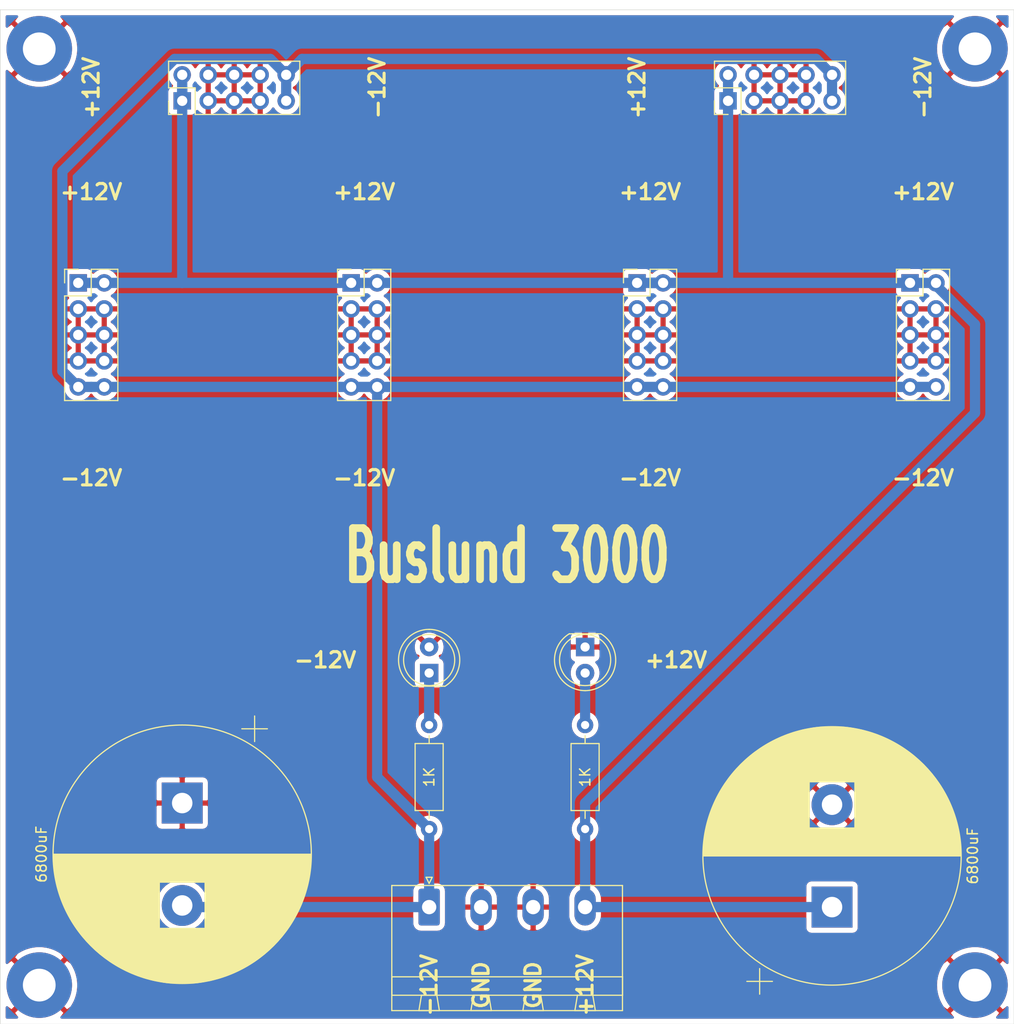
<source format=kicad_pcb>
(kicad_pcb (version 20171130) (host pcbnew 5.1.6-1.fc32)
  (layers (0 F.Cu signal) (31 B.Cu signal) (34 B.Paste user) (35 F.Paste user) (36 B.SilkS user) (37 F.SilkS user) (38 B.Mask user) (39 F.Mask user) (44 Edge.Cuts user))
  (net 0 "")
  (net 1 GND)
  (net 2 +12V)
  (net 3 -12V)
  (net 4 "Net-(D1-Pad2)")
  (net 5 "Net-(D2-Pad1)")
  (module Connector_PinHeader_2.54mm:PinHeader_2x05_P2.54mm_Vertical (layer F.Cu) (at 96.52 34.29 90)
    (fp_text reference J7 hide)
    (fp_text value Conn_02x05_Odd_Even)
    (pad 10 thru_hole oval (at 2.54 10.16 90) (size 1.7 1.7) (drill 1) (layers *.Cu *.Mask) (net 3 -12V))
    (pad 9 thru_hole oval (at 0 10.16 90) (size 1.7 1.7) (drill 1) (layers *.Cu *.Mask) (net 3 -12V))
    (pad 8 thru_hole oval (at 2.54 7.62 90) (size 1.7 1.7) (drill 1) (layers *.Cu *.Mask) (net 1 GND))
    (pad 7 thru_hole oval (at 0 7.62 90) (size 1.7 1.7) (drill 1) (layers *.Cu *.Mask) (net 1 GND))
    (pad 6 thru_hole oval (at 2.54 5.08 90) (size 1.7 1.7) (drill 1) (layers *.Cu *.Mask) (net 1 GND))
    (pad 5 thru_hole oval (at 0 5.08 90) (size 1.7 1.7) (drill 1) (layers *.Cu *.Mask) (net 1 GND))
    (pad 4 thru_hole oval (at 2.54 2.54 90) (size 1.7 1.7) (drill 1) (layers *.Cu *.Mask) (net 1 GND))
    (pad 3 thru_hole oval (at 0 2.54 90) (size 1.7 1.7) (drill 1) (layers *.Cu *.Mask) (net 1 GND))
    (pad 2 thru_hole oval (at 2.54 0 90) (size 1.7 1.7) (drill 1) (layers *.Cu *.Mask) (net 2 +12V))
    (pad 1 thru_hole rect (at 0 0 90) (size 1.7 1.7) (drill 1) (layers *.Cu *.Mask) (net 2 +12V))
  )
  (module MountingHole:MountingHole_3.2mm_M3_Pad (layer F.Cu) (at 120.65 120.65)
    (fp_text reference H4 hide)
    (fp_text value MountingHole_Pad hide)
    (pad 1 thru_hole circle (at 0 0) (size 6.4 6.4) (drill 3.2) (layers *.Cu *.Mask) (net 1 GND))
  )
  (module MountingHole:MountingHole_3.2mm_M3_Pad (layer F.Cu) (at 120.65 29.21)
    (fp_text reference H3 hide)
    (fp_text value MountingHole_Pad hide)
    (pad 1 thru_hole circle (at 0 0) (size 6.4 6.4) (drill 3.2) (layers *.Cu *.Mask) (net 1 GND))
  )
  (module MountingHole:MountingHole_3.2mm_M3_Pad (layer F.Cu) (at 29.21 120.65)
    (fp_text reference H2 hide)
    (fp_text value MountingHole_Pad hide)
    (pad 1 thru_hole circle (at 0 0) (size 6.4 6.4) (drill 3.2) (layers *.Cu *.Mask) (net 1 GND))
  )
  (module MountingHole:MountingHole_3.2mm_M3_Pad (layer F.Cu) (at 29.21 29.21)
    (fp_text reference H1 hide)
    (fp_text value MountingHole_Pad hide)
    (pad 1 thru_hole circle (at 0 0) (size 6.4 6.4) (drill 3.2) (layers *.Cu *.Mask) (net 1 GND))
  )
  (module Resistor_THT:R_Axial_DIN0207_L6.3mm_D2.5mm_P10.16mm_Horizontal (layer F.Cu) (at 67.31 105.41 90)
    (fp_text reference R2 hide)
    (fp_text value 1K (at 5.08 0 90) (layer F.SilkS))
    (pad 2 thru_hole oval (at 10.16 0 90) (size 1.6 1.6) (drill 0.8) (layers *.Cu *.Mask) (net 5 "Net-(D2-Pad1)"))
    (pad 1 thru_hole circle (at 0 0 90) (size 1.6 1.6) (drill 0.8) (layers *.Cu *.Mask) (net 3 -12V))
  )
  (module Resistor_THT:R_Axial_DIN0207_L6.3mm_D2.5mm_P10.16mm_Horizontal (layer F.Cu) (at 82.55 95.25 270)
    (fp_text reference R1 hide)
    (fp_text value 1K (at 5.08 0 90) (layer F.SilkS))
    (pad 2 thru_hole oval (at 10.16 0 270) (size 1.6 1.6) (drill 0.8) (layers *.Cu *.Mask) (net 2 +12V))
    (pad 1 thru_hole circle (at 0 0 270) (size 1.6 1.6) (drill 0.8) (layers *.Cu *.Mask) (net 4 "Net-(D1-Pad2)"))
  )
  (module Connector_PinHeader_2.54mm:PinHeader_2x05_P2.54mm_Vertical (layer F.Cu) (at 87.63 52.07)
    (fp_text reference J6 hide)
    (fp_text value Conn_02x05_Odd_Even)
    (pad 10 thru_hole oval (at 2.54 10.16) (size 1.7 1.7) (drill 1) (layers *.Cu *.Mask) (net 3 -12V))
    (pad 9 thru_hole oval (at 0 10.16) (size 1.7 1.7) (drill 1) (layers *.Cu *.Mask) (net 3 -12V))
    (pad 8 thru_hole oval (at 2.54 7.62) (size 1.7 1.7) (drill 1) (layers *.Cu *.Mask) (net 1 GND))
    (pad 7 thru_hole oval (at 0 7.62) (size 1.7 1.7) (drill 1) (layers *.Cu *.Mask) (net 1 GND))
    (pad 6 thru_hole oval (at 2.54 5.08) (size 1.7 1.7) (drill 1) (layers *.Cu *.Mask) (net 1 GND))
    (pad 5 thru_hole oval (at 0 5.08) (size 1.7 1.7) (drill 1) (layers *.Cu *.Mask) (net 1 GND))
    (pad 4 thru_hole oval (at 2.54 2.54) (size 1.7 1.7) (drill 1) (layers *.Cu *.Mask) (net 1 GND))
    (pad 3 thru_hole oval (at 0 2.54) (size 1.7 1.7) (drill 1) (layers *.Cu *.Mask) (net 1 GND))
    (pad 2 thru_hole oval (at 2.54 0) (size 1.7 1.7) (drill 1) (layers *.Cu *.Mask) (net 2 +12V))
    (pad 1 thru_hole rect (at 0 0) (size 1.7 1.7) (drill 1) (layers *.Cu *.Mask) (net 2 +12V))
  )
  (module Connector_PinHeader_2.54mm:PinHeader_2x05_P2.54mm_Vertical (layer F.Cu) (at 59.69 52.07)
    (fp_text reference J5 hide)
    (fp_text value Conn_02x05_Odd_Even)
    (pad 10 thru_hole oval (at 2.54 10.16) (size 1.7 1.7) (drill 1) (layers *.Cu *.Mask) (net 3 -12V))
    (pad 9 thru_hole oval (at 0 10.16) (size 1.7 1.7) (drill 1) (layers *.Cu *.Mask) (net 3 -12V))
    (pad 8 thru_hole oval (at 2.54 7.62) (size 1.7 1.7) (drill 1) (layers *.Cu *.Mask) (net 1 GND))
    (pad 7 thru_hole oval (at 0 7.62) (size 1.7 1.7) (drill 1) (layers *.Cu *.Mask) (net 1 GND))
    (pad 6 thru_hole oval (at 2.54 5.08) (size 1.7 1.7) (drill 1) (layers *.Cu *.Mask) (net 1 GND))
    (pad 5 thru_hole oval (at 0 5.08) (size 1.7 1.7) (drill 1) (layers *.Cu *.Mask) (net 1 GND))
    (pad 4 thru_hole oval (at 2.54 2.54) (size 1.7 1.7) (drill 1) (layers *.Cu *.Mask) (net 1 GND))
    (pad 3 thru_hole oval (at 0 2.54) (size 1.7 1.7) (drill 1) (layers *.Cu *.Mask) (net 1 GND))
    (pad 2 thru_hole oval (at 2.54 0) (size 1.7 1.7) (drill 1) (layers *.Cu *.Mask) (net 2 +12V))
    (pad 1 thru_hole rect (at 0 0) (size 1.7 1.7) (drill 1) (layers *.Cu *.Mask) (net 2 +12V))
  )
  (module Connector_PinHeader_2.54mm:PinHeader_2x05_P2.54mm_Vertical (layer F.Cu) (at 43.18 34.29 90)
    (fp_text reference J4 hide)
    (fp_text value Conn_02x05_Odd_Even)
    (pad 10 thru_hole oval (at 2.54 10.16 90) (size 1.7 1.7) (drill 1) (layers *.Cu *.Mask) (net 3 -12V))
    (pad 9 thru_hole oval (at 0 10.16 90) (size 1.7 1.7) (drill 1) (layers *.Cu *.Mask) (net 3 -12V))
    (pad 8 thru_hole oval (at 2.54 7.62 90) (size 1.7 1.7) (drill 1) (layers *.Cu *.Mask) (net 1 GND))
    (pad 7 thru_hole oval (at 0 7.62 90) (size 1.7 1.7) (drill 1) (layers *.Cu *.Mask) (net 1 GND))
    (pad 6 thru_hole oval (at 2.54 5.08 90) (size 1.7 1.7) (drill 1) (layers *.Cu *.Mask) (net 1 GND))
    (pad 5 thru_hole oval (at 0 5.08 90) (size 1.7 1.7) (drill 1) (layers *.Cu *.Mask) (net 1 GND))
    (pad 4 thru_hole oval (at 2.54 2.54 90) (size 1.7 1.7) (drill 1) (layers *.Cu *.Mask) (net 1 GND))
    (pad 3 thru_hole oval (at 0 2.54 90) (size 1.7 1.7) (drill 1) (layers *.Cu *.Mask) (net 1 GND))
    (pad 2 thru_hole oval (at 2.54 0 90) (size 1.7 1.7) (drill 1) (layers *.Cu *.Mask) (net 2 +12V))
    (pad 1 thru_hole rect (at 0 0 90) (size 1.7 1.7) (drill 1) (layers *.Cu *.Mask) (net 2 +12V))
  )
  (module Connector_PinHeader_2.54mm:PinHeader_2x05_P2.54mm_Vertical (layer F.Cu) (at 114.3 52.07)
    (fp_text reference J3 hide)
    (fp_text value Conn_02x05_Odd_Even)
    (pad 10 thru_hole oval (at 2.54 10.16) (size 1.7 1.7) (drill 1) (layers *.Cu *.Mask) (net 3 -12V))
    (pad 9 thru_hole oval (at 0 10.16) (size 1.7 1.7) (drill 1) (layers *.Cu *.Mask) (net 3 -12V))
    (pad 8 thru_hole oval (at 2.54 7.62) (size 1.7 1.7) (drill 1) (layers *.Cu *.Mask) (net 1 GND))
    (pad 7 thru_hole oval (at 0 7.62) (size 1.7 1.7) (drill 1) (layers *.Cu *.Mask) (net 1 GND))
    (pad 6 thru_hole oval (at 2.54 5.08) (size 1.7 1.7) (drill 1) (layers *.Cu *.Mask) (net 1 GND))
    (pad 5 thru_hole oval (at 0 5.08) (size 1.7 1.7) (drill 1) (layers *.Cu *.Mask) (net 1 GND))
    (pad 4 thru_hole oval (at 2.54 2.54) (size 1.7 1.7) (drill 1) (layers *.Cu *.Mask) (net 1 GND))
    (pad 3 thru_hole oval (at 0 2.54) (size 1.7 1.7) (drill 1) (layers *.Cu *.Mask) (net 1 GND))
    (pad 2 thru_hole oval (at 2.54 0) (size 1.7 1.7) (drill 1) (layers *.Cu *.Mask) (net 2 +12V))
    (pad 1 thru_hole rect (at 0 0) (size 1.7 1.7) (drill 1) (layers *.Cu *.Mask) (net 2 +12V))
  )
  (module Connector_PinHeader_2.54mm:PinHeader_2x05_P2.54mm_Vertical (layer F.Cu) (at 33.02 52.07)
    (fp_text reference J2 hide)
    (fp_text value Conn_02x05_Odd_Even)
    (pad 10 thru_hole oval (at 2.54 10.16) (size 1.7 1.7) (drill 1) (layers *.Cu *.Mask) (net 3 -12V))
    (pad 9 thru_hole oval (at 0 10.16) (size 1.7 1.7) (drill 1) (layers *.Cu *.Mask) (net 3 -12V))
    (pad 8 thru_hole oval (at 2.54 7.62) (size 1.7 1.7) (drill 1) (layers *.Cu *.Mask) (net 1 GND))
    (pad 7 thru_hole oval (at 0 7.62) (size 1.7 1.7) (drill 1) (layers *.Cu *.Mask) (net 1 GND))
    (pad 6 thru_hole oval (at 2.54 5.08) (size 1.7 1.7) (drill 1) (layers *.Cu *.Mask) (net 1 GND))
    (pad 5 thru_hole oval (at 0 5.08) (size 1.7 1.7) (drill 1) (layers *.Cu *.Mask) (net 1 GND))
    (pad 4 thru_hole oval (at 2.54 2.54) (size 1.7 1.7) (drill 1) (layers *.Cu *.Mask) (net 1 GND))
    (pad 3 thru_hole oval (at 0 2.54) (size 1.7 1.7) (drill 1) (layers *.Cu *.Mask) (net 1 GND))
    (pad 2 thru_hole oval (at 2.54 0) (size 1.7 1.7) (drill 1) (layers *.Cu *.Mask) (net 2 +12V))
    (pad 1 thru_hole rect (at 0 0) (size 1.7 1.7) (drill 1) (layers *.Cu *.Mask) (net 2 +12V))
  )
  (module Connector_Phoenix_MSTB:PhoenixContact_MSTBA_2,5_4-G-5,08_1x04_P5.08mm_Horizontal (layer F.Cu) (at 67.31 113.03)
    (fp_text reference J1 hide)
    (fp_text value Conn_01x04 hide)
    (pad 4 thru_hole oval (at 15.24 0) (size 2.08 3.6) (drill 1.4) (layers *.Cu *.Mask) (net 2 +12V))
    (pad 3 thru_hole oval (at 10.16 0) (size 2.08 3.6) (drill 1.4) (layers *.Cu *.Mask) (net 1 GND))
    (pad 2 thru_hole oval (at 5.08 0) (size 2.08 3.6) (drill 1.4) (layers *.Cu *.Mask) (net 1 GND))
    (pad 1 thru_hole roundrect (at 0 0) (size 2.08 3.6) (drill 1.4) (layers *.Cu *.Mask) (roundrect_rratio 0.120192) (net 3 -12V))
  )
  (module LED_THT:LED_D5.0mm (layer F.Cu) (at 67.31 90.17 90)
    (fp_text reference D2 hide)
    (fp_text value -12V)
    (pad 2 thru_hole circle (at 2.54 0 90) (size 1.8 1.8) (drill 0.9) (layers *.Cu *.Mask) (net 1 GND))
    (pad 1 thru_hole rect (at 0 0 90) (size 1.8 1.8) (drill 0.9) (layers *.Cu *.Mask) (net 5 "Net-(D2-Pad1)"))
  )
  (module LED_THT:LED_D5.0mm (layer F.Cu) (at 82.55 87.63 270)
    (fp_text reference D1 hide)
    (fp_text value +12V)
    (pad 2 thru_hole circle (at 2.54 0 270) (size 1.8 1.8) (drill 0.9) (layers *.Cu *.Mask) (net 4 "Net-(D1-Pad2)"))
    (pad 1 thru_hole rect (at 0 0 270) (size 1.8 1.8) (drill 0.9) (layers *.Cu *.Mask) (net 1 GND))
  )
  (module Capacitor_THT:CP_Radial_D25.0mm_P10.00mm_SnapIn (layer F.Cu) (at 43.18 102.87 270)
    (fp_text reference C2 hide)
    (fp_text value 6800uF (at 5 13.75 90) (layer F.SilkS))
    (pad 2 thru_hole circle (at 10 0 270) (size 4 4) (drill 2) (layers *.Cu *.Mask) (net 3 -12V))
    (pad 1 thru_hole rect (at 0 0 270) (size 4 4) (drill 2) (layers *.Cu *.Mask) (net 1 GND))
  )
  (module Capacitor_THT:CP_Radial_D25.0mm_P10.00mm_SnapIn (layer F.Cu) (at 106.68 113.03 90)
    (fp_text reference C1 hide)
    (fp_text value 6800uF (at 5 13.75 90) (layer F.SilkS))
    (pad 2 thru_hole circle (at 10 0 90) (size 4 4) (drill 2) (layers *.Cu *.Mask) (net 1 GND))
    (pad 1 thru_hole rect (at 0 0 90) (size 4 4) (drill 2) (layers *.Cu *.Mask) (net 2 +12V))
  )
  (gr_text "Buslund 3000" (at 74.93 78.74) (layer F.SilkS) (effects (font (size 5 3) (thickness 0.75))))
  (gr_text -12V (at 115.57 33.02 90) (layer F.SilkS) (effects (font (size 1.5 1.5) (thickness 0.3))))
  (gr_text -12V (at 62.23 33.02 90) (layer F.SilkS) (effects (font (size 1.5 1.5) (thickness 0.3))))
  (gr_text +12V (at 34.29 33.02 90) (layer F.SilkS) (effects (font (size 1.5 1.5) (thickness 0.3))))
  (gr_text +12V (at 87.63 33.02 90) (layer F.SilkS) (effects (font (size 1.5 1.5) (thickness 0.3))))
  (gr_text +12V (at 115.57 43.18) (layer F.SilkS) (effects (font (size 1.5 1.5) (thickness 0.3))))
  (gr_text +12V (at 88.9 43.18) (layer F.SilkS) (effects (font (size 1.5 1.5) (thickness 0.3))))
  (gr_text +12V (at 60.96 43.18) (layer F.SilkS) (effects (font (size 1.5 1.5) (thickness 0.3))))
  (gr_text +12V (at 34.29 43.18) (layer F.SilkS) (effects (font (size 1.5 1.5) (thickness 0.3))))
  (gr_text -12V (at 115.57 71.12) (layer F.SilkS) (effects (font (size 1.5 1.5) (thickness 0.3))))
  (gr_text -12V (at 88.9 71.12) (layer F.SilkS) (effects (font (size 1.5 1.5) (thickness 0.3))))
  (gr_text -12V (at 60.96 71.12) (layer F.SilkS) (effects (font (size 1.5 1.5) (thickness 0.3))))
  (gr_text -12V (at 34.29 71.12) (layer F.SilkS) (effects (font (size 1.5 1.5) (thickness 0.3))))
  (gr_text +12V (at 91.44 88.9) (layer F.SilkS) (effects (font (size 1.5 1.5) (thickness 0.3))))
  (gr_text -12V (at 57.15 88.9) (layer F.SilkS) (effects (font (size 1.5 1.5) (thickness 0.3))))
  (gr_text GND (at 77.47 120.65 90) (layer F.SilkS) (effects (font (size 1.5 1.5) (thickness 0.3))))
  (gr_text +12V (at 82.55 120.65 90) (layer F.SilkS) (effects (font (size 1.5 1.5) (thickness 0.3))))
  (gr_text GND (at 72.39 120.65 90) (layer F.SilkS) (effects (font (size 1.5 1.5) (thickness 0.3))))
  (gr_text -12V (at 67.31 120.65 90) (layer F.SilkS) (effects (font (size 1.5 1.5) (thickness 0.3))))
  (gr_line (start 25.4 124.46) (end 25.4 25.4) (layer Edge.Cuts) (width 0.05))
  (gr_line (start 124.46 124.46) (end 25.4 124.46) (layer Edge.Cuts) (width 0.05))
  (gr_line (start 124.46 25.4) (end 124.46 124.46) (layer Edge.Cuts) (width 0.05))
  (gr_line (start 25.4 25.4) (end 124.46 25.4) (layer Edge.Cuts) (width 0.05))
  (segment (start 82.55 113.03) (end 82.55 105.41) (width 1) (layer B.Cu) (net 2))
  (segment (start 82.55 113.03) (end 106.68 113.03) (width 1) (layer B.Cu) (net 2))
  (segment (start 82.55 105.41) (end 82.55 102.87) (width 1) (layer B.Cu) (net 2))
  (segment (start 82.55 102.87) (end 120.65 64.77) (width 1) (layer B.Cu) (net 2))
  (segment (start 120.65 56.125998) (end 116.84 52.315998) (width 1) (layer B.Cu) (net 2))
  (segment (start 116.84 52.315998) (end 116.84 52.07) (width 1) (layer B.Cu) (net 2))
  (segment (start 120.65 64.77) (end 120.65 56.125998) (width 1) (layer B.Cu) (net 2))
  (segment (start 116.84 52.07) (end 114.3 52.07) (width 1) (layer B.Cu) (net 2))
  (segment (start 114.3 52.07) (end 88.9 52.07) (width 1) (layer B.Cu) (net 2))
  (segment (start 88.9 52.07) (end 90.17 52.07) (width 1) (layer B.Cu) (net 2))
  (segment (start 87.63 52.07) (end 90.17 52.07) (width 1) (layer B.Cu) (net 2))
  (segment (start 87.63 52.07) (end 62.23 52.07) (width 1) (layer B.Cu) (net 2))
  (segment (start 62.23 52.07) (end 59.69 52.07) (width 1) (layer B.Cu) (net 2))
  (segment (start 33.02 52.07) (end 35.56 52.07) (width 1) (layer B.Cu) (net 2))
  (segment (start 43.18 33.02) (end 43.18 52.07) (width 1) (layer B.Cu) (net 2))
  (segment (start 43.18 52.07) (end 35.56 52.07) (width 1) (layer B.Cu) (net 2))
  (segment (start 59.69 52.07) (end 43.18 52.07) (width 1) (layer B.Cu) (net 2))
  (segment (start 43.18 31.75) (end 43.18 33.02) (width 1) (layer B.Cu) (net 2))
  (segment (start 43.18 33.02) (end 43.18 34.29) (width 1) (layer B.Cu) (net 2))
  (segment (start 96.52 34.29) (end 96.52 52.07) (width 1) (layer B.Cu) (net 2))
  (segment (start 96.52 31.75) (end 96.52 34.29) (width 1) (layer B.Cu) (net 2))
  (segment (start 67.31 113.03) (end 67.31 105.41) (width 1) (layer B.Cu) (net 3))
  (segment (start 43.34 113.03) (end 43.18 112.87) (width 1) (layer B.Cu) (net 3))
  (segment (start 67.31 113.03) (end 43.34 113.03) (width 1) (layer B.Cu) (net 3))
  (segment (start 116.84 62.23) (end 114.3 62.23) (width 1) (layer B.Cu) (net 3))
  (segment (start 114.3 62.23) (end 90.17 62.23) (width 1) (layer B.Cu) (net 3))
  (segment (start 90.17 62.23) (end 87.63 62.23) (width 1) (layer B.Cu) (net 3))
  (segment (start 87.63 62.23) (end 62.23 62.23) (width 1) (layer B.Cu) (net 3))
  (segment (start 62.23 62.23) (end 59.69 62.23) (width 1) (layer B.Cu) (net 3))
  (segment (start 59.69 62.23) (end 34.29 62.23) (width 1) (layer B.Cu) (net 3))
  (segment (start 34.29 62.23) (end 33.02 62.23) (width 1) (layer B.Cu) (net 3))
  (segment (start 62.23 100.33) (end 62.23 62.23) (width 1) (layer B.Cu) (net 3))
  (segment (start 67.31 105.41) (end 62.23 100.33) (width 1) (layer B.Cu) (net 3))
  (segment (start 51.789999 30.199999) (end 53.34 31.75) (width 1) (layer B.Cu) (net 3))
  (segment (start 42.435999 30.199999) (end 51.789999 30.199999) (width 1) (layer B.Cu) (net 3))
  (segment (start 31.469999 41.165999) (end 42.435999 30.199999) (width 1) (layer B.Cu) (net 3))
  (segment (start 31.469999 60.679999) (end 31.469999 41.165999) (width 1) (layer B.Cu) (net 3))
  (segment (start 33.02 62.23) (end 31.469999 60.679999) (width 1) (layer B.Cu) (net 3))
  (segment (start 53.34 31.75) (end 53.34 34.29) (width 1) (layer B.Cu) (net 3))
  (segment (start 105.129999 30.199999) (end 106.68 31.75) (width 1) (layer B.Cu) (net 3))
  (segment (start 54.890001 30.199999) (end 105.129999 30.199999) (width 1) (layer B.Cu) (net 3))
  (segment (start 53.34 31.75) (end 54.890001 30.199999) (width 1) (layer B.Cu) (net 3))
  (segment (start 106.68 31.75) (end 106.68 34.29) (width 1) (layer B.Cu) (net 3))
  (segment (start 82.55 95.25) (end 82.55 90.17) (width 1) (layer B.Cu) (net 4))
  (segment (start 67.31 95.25) (end 67.31 90.17) (width 1) (layer B.Cu) (net 5))
  (zone (net 1) (net_name GND) (layer F.Cu) (connect_pads (clearance 0.508)) (min_thickness 0.254) (fill yes (arc_segments 32) (thermal_gap 0.508) (thermal_bridge_width 0.508))
    (polygon (pts (xy 124.46 124.46) (xy 25.4 124.46) (xy 25.4 25.4) (xy 124.46 25.4)))
  )
  (zone (net 0) (net_name "") (layer B.Cu) (connect_pads (clearance 0.508)) (min_thickness 0.254) (fill yes (arc_segments 32) (thermal_gap 0.508) (thermal_bridge_width 0.508))
    (polygon (pts (xy 124.46 124.46) (xy 25.4 124.46) (xy 25.4 25.4) (xy 124.46 25.4)))
  )
)
</source>
